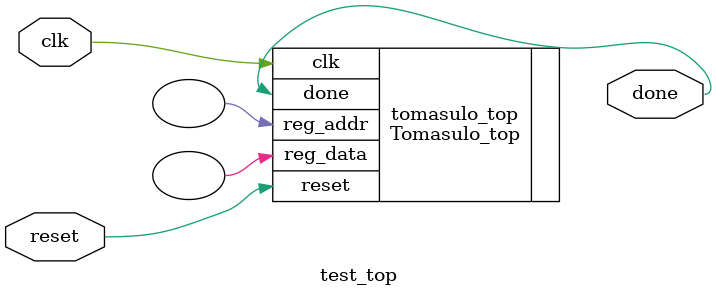
<source format=sv>
`timescale 1ns / 1ps


module test_top(
    input  logic         clk,        // fundamental clock 1MHz
    input  logic         reset,
    output logic         done
);

  Tomasulo_top tomasulo_top(
      .clk(clk),
      .reset(reset),
      .reg_addr(),
      .reg_data(),
      .done(done)
    );
    
endmodule

</source>
